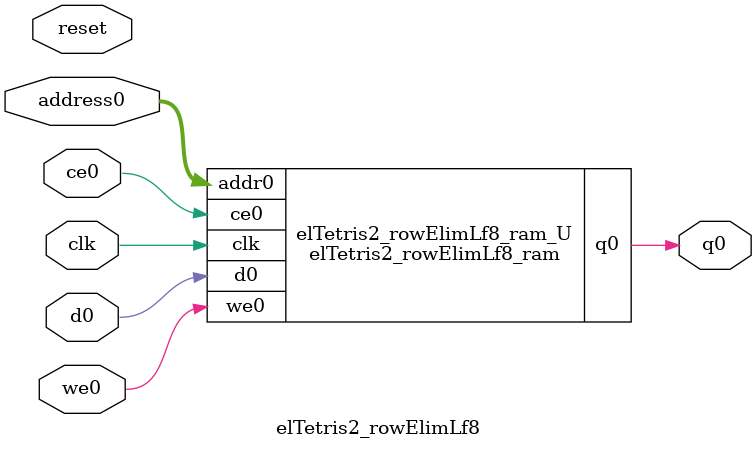
<source format=v>

`timescale 1 ns / 1 ps
module elTetris2_rowElimLf8_ram (addr0, ce0, d0, we0, q0,  clk);

parameter DWIDTH = 1;
parameter AWIDTH = 6;
parameter MEM_SIZE = 40;

input[AWIDTH-1:0] addr0;
input ce0;
input[DWIDTH-1:0] d0;
input we0;
output reg[DWIDTH-1:0] q0;
input clk;

(* ram_style = "distributed" *)reg [DWIDTH-1:0] ram[0:MEM_SIZE-1];




always @(posedge clk)  
begin 
    if (ce0) 
    begin
        if (we0) 
        begin 
            ram[addr0] <= d0; 
            q0 <= d0;
        end 
        else 
            q0 <= ram[addr0];
    end
end


endmodule


`timescale 1 ns / 1 ps
module elTetris2_rowElimLf8(
    reset,
    clk,
    address0,
    ce0,
    we0,
    d0,
    q0);

parameter DataWidth = 32'd1;
parameter AddressRange = 32'd40;
parameter AddressWidth = 32'd6;
input reset;
input clk;
input[AddressWidth - 1:0] address0;
input ce0;
input we0;
input[DataWidth - 1:0] d0;
output[DataWidth - 1:0] q0;



elTetris2_rowElimLf8_ram elTetris2_rowElimLf8_ram_U(
    .clk( clk ),
    .addr0( address0 ),
    .ce0( ce0 ),
    .d0( d0 ),
    .we0( we0 ),
    .q0( q0 ));

endmodule


</source>
